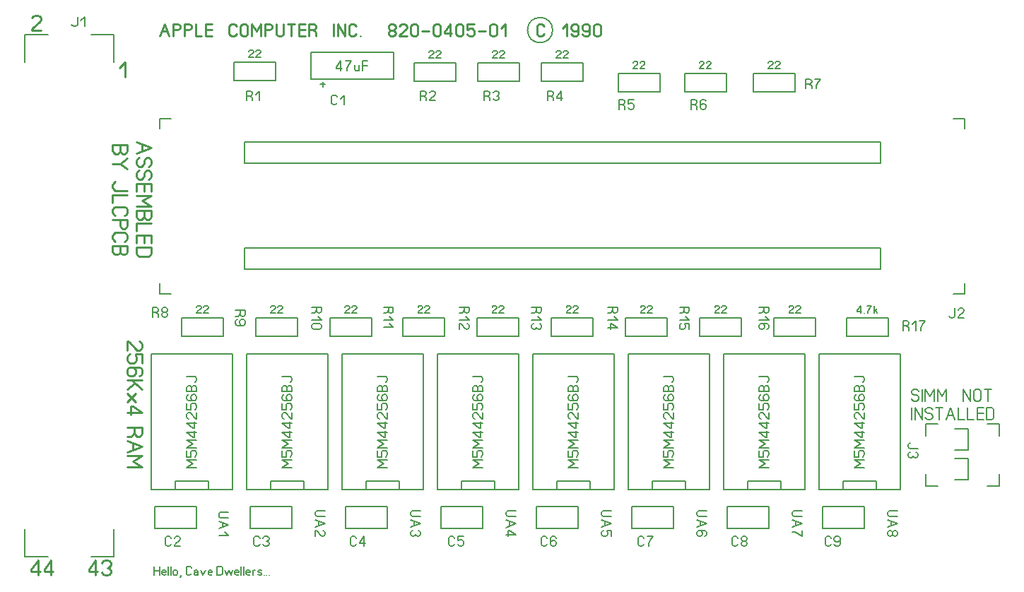
<source format=gbr>
%FSLAX34Y34*%
%MOMM*%
%LNSILK_TOP*%
G71*
G01*
%ADD10C,0.150*%
%ADD11C,0.206*%
%ADD12C,0.159*%
%ADD13C,0.200*%
%ADD14C,0.178*%
%ADD15C,0.222*%
%ADD16C,0.254*%
%ADD17C,0.133*%
%LPD*%
G54D10*
X165594Y216456D02*
X263594Y216456D01*
X263594Y378856D01*
X165594Y378856D01*
X165594Y216456D01*
G54D10*
X194594Y216456D02*
X234594Y216456D01*
X234594Y226456D01*
X194594Y226456D01*
X194594Y216456D01*
G54D11*
X258509Y189153D02*
X249120Y189153D01*
X247676Y188287D01*
X246953Y186553D01*
X246953Y184820D01*
X247676Y183087D01*
X249120Y182220D01*
X258509Y182220D01*
G54D11*
X246953Y178176D02*
X258509Y173843D01*
X246953Y169510D01*
G54D11*
X251287Y176443D02*
X251287Y171243D01*
G54D11*
X254176Y165465D02*
X258509Y161132D01*
X246953Y161132D01*
G54D11*
X220256Y242694D02*
X208700Y242694D01*
X215923Y247028D01*
X208700Y251361D01*
X220256Y251361D01*
G54D11*
X208700Y262339D02*
X208700Y255405D01*
X213756Y255405D01*
X213756Y256272D01*
X213034Y258005D01*
X213034Y259739D01*
X213756Y261472D01*
X215200Y262339D01*
X218089Y262339D01*
X219534Y261472D01*
X220256Y259739D01*
X220256Y258005D01*
X219534Y256272D01*
X218089Y255405D01*
G54D11*
X220256Y266382D02*
X208700Y266382D01*
X215923Y270716D01*
X208700Y275049D01*
X220256Y275049D01*
G54D11*
X220256Y284293D02*
X208700Y284293D01*
X215923Y279093D01*
X217367Y279093D01*
X217367Y286027D01*
G54D11*
X220256Y295270D02*
X208700Y295270D01*
X215923Y290070D01*
X217367Y290070D01*
X217367Y297004D01*
G54D11*
X220256Y307981D02*
X220256Y301047D01*
X219534Y301047D01*
X218089Y301914D01*
X213756Y307114D01*
X212312Y307981D01*
X210867Y307981D01*
X209423Y307114D01*
X208700Y305381D01*
X208700Y303647D01*
X209423Y301914D01*
X210867Y301047D01*
G54D11*
X208700Y318958D02*
X208700Y312024D01*
X213756Y312024D01*
X213756Y312891D01*
X213034Y314624D01*
X213034Y316358D01*
X213756Y318091D01*
X215200Y318958D01*
X218089Y318958D01*
X219534Y318091D01*
X220256Y316358D01*
X220256Y314624D01*
X219534Y312891D01*
X218089Y312024D01*
G54D11*
X210867Y329935D02*
X209423Y329068D01*
X208700Y327335D01*
X208700Y325601D01*
X209423Y323868D01*
X210867Y323001D01*
X214478Y323001D01*
X215200Y323001D01*
X213756Y325601D01*
X213756Y327335D01*
X214478Y329068D01*
X215923Y329935D01*
X218089Y329935D01*
X219534Y329068D01*
X220256Y327335D01*
X220256Y325601D01*
X219534Y323868D01*
X218089Y323001D01*
X214478Y323001D01*
G54D11*
X220256Y333978D02*
X208700Y333978D01*
X208700Y338312D01*
X209423Y340045D01*
X210867Y340912D01*
X212312Y340912D01*
X213756Y340045D01*
X214478Y338312D01*
X215200Y340045D01*
X216645Y340912D01*
X218089Y340912D01*
X219534Y340045D01*
X220256Y338312D01*
X220256Y333978D01*
G54D11*
X214478Y333978D02*
X214478Y338312D01*
G54D11*
X208700Y351889D02*
X218089Y351889D01*
X219534Y351022D01*
X220256Y349289D01*
X220256Y347555D01*
X219534Y345822D01*
X218089Y344955D01*
G54D10*
X279894Y216456D02*
X377894Y216456D01*
X377894Y378856D01*
X279894Y378856D01*
X279894Y216456D01*
G54D10*
X308894Y216456D02*
X348894Y216456D01*
X348894Y226456D01*
X308894Y226456D01*
X308894Y216456D01*
G54D11*
X374101Y190461D02*
X364713Y190461D01*
X363268Y189594D01*
X362546Y187861D01*
X362546Y186127D01*
X363268Y184394D01*
X364713Y183527D01*
X374101Y183527D01*
G54D11*
X362546Y179484D02*
X374101Y175150D01*
X362546Y170817D01*
G54D11*
X366879Y177750D02*
X366879Y172550D01*
G54D11*
X362546Y159839D02*
X362546Y166773D01*
X363268Y166773D01*
X364713Y165906D01*
X369046Y160706D01*
X370490Y159839D01*
X371935Y159839D01*
X373379Y160706D01*
X374101Y162439D01*
X374101Y164173D01*
X373379Y165906D01*
X371935Y166773D01*
G54D11*
X334556Y242694D02*
X323000Y242694D01*
X330223Y247028D01*
X323000Y251361D01*
X334556Y251361D01*
G54D11*
X323000Y262339D02*
X323000Y255405D01*
X328056Y255405D01*
X328056Y256272D01*
X327334Y258005D01*
X327334Y259739D01*
X328056Y261472D01*
X329500Y262339D01*
X332389Y262339D01*
X333834Y261472D01*
X334556Y259739D01*
X334556Y258005D01*
X333834Y256272D01*
X332389Y255405D01*
G54D11*
X334556Y266382D02*
X323000Y266382D01*
X330223Y270716D01*
X323000Y275049D01*
X334556Y275049D01*
G54D11*
X334556Y284293D02*
X323000Y284293D01*
X330223Y279093D01*
X331667Y279093D01*
X331667Y286027D01*
G54D11*
X334556Y295270D02*
X323000Y295270D01*
X330223Y290070D01*
X331667Y290070D01*
X331667Y297004D01*
G54D11*
X334556Y307981D02*
X334556Y301047D01*
X333834Y301047D01*
X332389Y301914D01*
X328056Y307114D01*
X326612Y307981D01*
X325167Y307981D01*
X323723Y307114D01*
X323000Y305381D01*
X323000Y303647D01*
X323723Y301914D01*
X325167Y301047D01*
G54D11*
X323000Y318958D02*
X323000Y312024D01*
X328056Y312024D01*
X328056Y312891D01*
X327334Y314624D01*
X327334Y316358D01*
X328056Y318091D01*
X329500Y318958D01*
X332389Y318958D01*
X333834Y318091D01*
X334556Y316358D01*
X334556Y314624D01*
X333834Y312891D01*
X332389Y312024D01*
G54D11*
X325167Y329935D02*
X323723Y329068D01*
X323000Y327335D01*
X323000Y325601D01*
X323723Y323868D01*
X325167Y323001D01*
X328778Y323001D01*
X329500Y323001D01*
X328056Y325601D01*
X328056Y327335D01*
X328778Y329068D01*
X330223Y329935D01*
X332389Y329935D01*
X333834Y329068D01*
X334556Y327335D01*
X334556Y325601D01*
X333834Y323868D01*
X332389Y323001D01*
X328778Y323001D01*
G54D11*
X334556Y333978D02*
X323000Y333978D01*
X323000Y338312D01*
X323723Y340045D01*
X325167Y340912D01*
X326612Y340912D01*
X328056Y340045D01*
X328778Y338312D01*
X329500Y340045D01*
X330945Y340912D01*
X332389Y340912D01*
X333834Y340045D01*
X334556Y338312D01*
X334556Y333978D01*
G54D11*
X328778Y333978D02*
X328778Y338312D01*
G54D11*
X323000Y351889D02*
X332389Y351889D01*
X333834Y351022D01*
X334556Y349289D01*
X334556Y347555D01*
X333834Y345822D01*
X332389Y344955D01*
G54D10*
X394194Y216456D02*
X492194Y216456D01*
X492194Y378856D01*
X394194Y378856D01*
X394194Y216456D01*
G54D10*
X423194Y216456D02*
X463194Y216456D01*
X463194Y226456D01*
X423194Y226456D01*
X423194Y216456D01*
G54D11*
X488401Y190461D02*
X479013Y190461D01*
X477568Y189594D01*
X476846Y187861D01*
X476846Y186127D01*
X477568Y184394D01*
X479013Y183527D01*
X488401Y183527D01*
G54D11*
X476846Y179484D02*
X488401Y175150D01*
X476846Y170817D01*
G54D11*
X481179Y177750D02*
X481179Y172550D01*
G54D11*
X486235Y166773D02*
X487679Y165906D01*
X488401Y164173D01*
X488401Y162439D01*
X487679Y160706D01*
X486235Y159839D01*
X484790Y159839D01*
X483346Y160706D01*
X482624Y162439D01*
X481901Y160706D01*
X480457Y159839D01*
X479013Y159839D01*
X477568Y160706D01*
X476846Y162439D01*
X476846Y164173D01*
X477568Y165906D01*
X479013Y166773D01*
G54D11*
X448856Y242694D02*
X437300Y242694D01*
X444523Y247028D01*
X437300Y251361D01*
X448856Y251361D01*
G54D11*
X437300Y262339D02*
X437300Y255405D01*
X442356Y255405D01*
X442356Y256272D01*
X441634Y258005D01*
X441634Y259739D01*
X442356Y261472D01*
X443800Y262339D01*
X446689Y262339D01*
X448134Y261472D01*
X448856Y259739D01*
X448856Y258005D01*
X448134Y256272D01*
X446689Y255405D01*
G54D11*
X448856Y266382D02*
X437300Y266382D01*
X444523Y270716D01*
X437300Y275049D01*
X448856Y275049D01*
G54D11*
X448856Y284293D02*
X437300Y284293D01*
X444523Y279093D01*
X445967Y279093D01*
X445967Y286027D01*
G54D11*
X448856Y295270D02*
X437300Y295270D01*
X444523Y290070D01*
X445967Y290070D01*
X445967Y297004D01*
G54D11*
X448856Y307981D02*
X448856Y301047D01*
X448134Y301047D01*
X446689Y301914D01*
X442356Y307114D01*
X440912Y307981D01*
X439467Y307981D01*
X438023Y307114D01*
X437300Y305381D01*
X437300Y303647D01*
X438023Y301914D01*
X439467Y301047D01*
G54D11*
X437300Y318958D02*
X437300Y312024D01*
X442356Y312024D01*
X442356Y312891D01*
X441634Y314624D01*
X441634Y316358D01*
X442356Y318091D01*
X443800Y318958D01*
X446689Y318958D01*
X448134Y318091D01*
X448856Y316358D01*
X448856Y314624D01*
X448134Y312891D01*
X446689Y312024D01*
G54D11*
X439467Y329935D02*
X438023Y329068D01*
X437300Y327335D01*
X437300Y325601D01*
X438023Y323868D01*
X439467Y323001D01*
X443078Y323001D01*
X443800Y323001D01*
X442356Y325601D01*
X442356Y327335D01*
X443078Y329068D01*
X444523Y329935D01*
X446689Y329935D01*
X448134Y329068D01*
X448856Y327335D01*
X448856Y325601D01*
X448134Y323868D01*
X446689Y323001D01*
X443078Y323001D01*
G54D11*
X448856Y333978D02*
X437300Y333978D01*
X437300Y338312D01*
X438023Y340045D01*
X439467Y340912D01*
X440912Y340912D01*
X442356Y340045D01*
X443078Y338312D01*
X443800Y340045D01*
X445245Y340912D01*
X446689Y340912D01*
X448134Y340045D01*
X448856Y338312D01*
X448856Y333978D01*
G54D11*
X443078Y333978D02*
X443078Y338312D01*
G54D11*
X437300Y351889D02*
X446689Y351889D01*
X448134Y351022D01*
X448856Y349289D01*
X448856Y347555D01*
X448134Y345822D01*
X446689Y344955D01*
G54D10*
X508494Y216456D02*
X606494Y216456D01*
X606494Y378856D01*
X508494Y378856D01*
X508494Y216456D01*
G54D10*
X537494Y216456D02*
X577494Y216456D01*
X577494Y226456D01*
X537494Y226456D01*
X537494Y216456D01*
G54D11*
X602635Y190388D02*
X593246Y190388D01*
X591802Y189522D01*
X591079Y187788D01*
X591079Y186055D01*
X591802Y184322D01*
X593246Y183455D01*
X602635Y183455D01*
G54D11*
X591079Y179411D02*
X602635Y175078D01*
X591079Y170745D01*
G54D11*
X595413Y177678D02*
X595413Y172478D01*
G54D11*
X591079Y161500D02*
X602635Y161500D01*
X595413Y166700D01*
X593968Y166700D01*
X593968Y159767D01*
G54D11*
X563156Y242694D02*
X551600Y242694D01*
X558823Y247028D01*
X551600Y251361D01*
X563156Y251361D01*
G54D11*
X551600Y262339D02*
X551600Y255405D01*
X556656Y255405D01*
X556656Y256272D01*
X555934Y258005D01*
X555934Y259739D01*
X556656Y261472D01*
X558100Y262339D01*
X560989Y262339D01*
X562434Y261472D01*
X563156Y259739D01*
X563156Y258005D01*
X562434Y256272D01*
X560989Y255405D01*
G54D11*
X563156Y266382D02*
X551600Y266382D01*
X558823Y270716D01*
X551600Y275049D01*
X563156Y275049D01*
G54D11*
X563156Y284293D02*
X551600Y284293D01*
X558823Y279093D01*
X560267Y279093D01*
X560267Y286027D01*
G54D11*
X563156Y295270D02*
X551600Y295270D01*
X558823Y290070D01*
X560267Y290070D01*
X560267Y297004D01*
G54D11*
X563156Y307981D02*
X563156Y301047D01*
X562434Y301047D01*
X560989Y301914D01*
X556656Y307114D01*
X555212Y307981D01*
X553767Y307981D01*
X552323Y307114D01*
X551600Y305381D01*
X551600Y303647D01*
X552323Y301914D01*
X553767Y301047D01*
G54D11*
X551600Y318958D02*
X551600Y312024D01*
X556656Y312024D01*
X556656Y312891D01*
X555934Y314624D01*
X555934Y316358D01*
X556656Y318091D01*
X558100Y318958D01*
X560989Y318958D01*
X562434Y318091D01*
X563156Y316358D01*
X563156Y314624D01*
X562434Y312891D01*
X560989Y312024D01*
G54D11*
X553767Y329935D02*
X552323Y329068D01*
X551600Y327335D01*
X551600Y325601D01*
X552323Y323868D01*
X553767Y323001D01*
X557378Y323001D01*
X558100Y323001D01*
X556656Y325601D01*
X556656Y327335D01*
X557378Y329068D01*
X558823Y329935D01*
X560989Y329935D01*
X562434Y329068D01*
X563156Y327335D01*
X563156Y325601D01*
X562434Y323868D01*
X560989Y323001D01*
X557378Y323001D01*
G54D11*
X563156Y333978D02*
X551600Y333978D01*
X551600Y338312D01*
X552323Y340045D01*
X553767Y340912D01*
X555212Y340912D01*
X556656Y340045D01*
X557378Y338312D01*
X558100Y340045D01*
X559545Y340912D01*
X560989Y340912D01*
X562434Y340045D01*
X563156Y338312D01*
X563156Y333978D01*
G54D11*
X557378Y333978D02*
X557378Y338312D01*
G54D11*
X551600Y351889D02*
X560989Y351889D01*
X562434Y351022D01*
X563156Y349289D01*
X563156Y347555D01*
X562434Y345822D01*
X560989Y344955D01*
G54D10*
X622794Y216456D02*
X720794Y216456D01*
X720794Y378856D01*
X622794Y378856D01*
X622794Y216456D01*
G54D10*
X651794Y216456D02*
X691794Y216456D01*
X691794Y226456D01*
X651794Y226456D01*
X651794Y216456D01*
G54D11*
X717001Y190461D02*
X707613Y190461D01*
X706168Y189594D01*
X705446Y187861D01*
X705446Y186127D01*
X706168Y184394D01*
X707613Y183527D01*
X717001Y183527D01*
G54D11*
X705446Y179484D02*
X717001Y175150D01*
X705446Y170817D01*
G54D11*
X709779Y177750D02*
X709779Y172550D01*
G54D11*
X717001Y159839D02*
X717001Y166773D01*
X711946Y166773D01*
X711946Y165906D01*
X712668Y164173D01*
X712668Y162439D01*
X711946Y160706D01*
X710501Y159839D01*
X707613Y159839D01*
X706168Y160706D01*
X705446Y162439D01*
X705446Y164173D01*
X706168Y165906D01*
X707613Y166773D01*
G54D11*
X677456Y242694D02*
X665900Y242694D01*
X673123Y247028D01*
X665900Y251361D01*
X677456Y251361D01*
G54D11*
X665900Y262339D02*
X665900Y255405D01*
X670956Y255405D01*
X670956Y256272D01*
X670234Y258005D01*
X670234Y259739D01*
X670956Y261472D01*
X672400Y262339D01*
X675289Y262339D01*
X676734Y261472D01*
X677456Y259739D01*
X677456Y258005D01*
X676734Y256272D01*
X675289Y255405D01*
G54D11*
X677456Y266382D02*
X665900Y266382D01*
X673123Y270716D01*
X665900Y275049D01*
X677456Y275049D01*
G54D11*
X677456Y284293D02*
X665900Y284293D01*
X673123Y279093D01*
X674567Y279093D01*
X674567Y286027D01*
G54D11*
X677456Y295270D02*
X665900Y295270D01*
X673123Y290070D01*
X674567Y290070D01*
X674567Y297004D01*
G54D11*
X677456Y307981D02*
X677456Y301047D01*
X676734Y301047D01*
X675289Y301914D01*
X670956Y307114D01*
X669512Y307981D01*
X668067Y307981D01*
X666623Y307114D01*
X665900Y305381D01*
X665900Y303647D01*
X666623Y301914D01*
X668067Y301047D01*
G54D11*
X665900Y318958D02*
X665900Y312024D01*
X670956Y312024D01*
X670956Y312891D01*
X670234Y314624D01*
X670234Y316358D01*
X670956Y318091D01*
X672400Y318958D01*
X675289Y318958D01*
X676734Y318091D01*
X677456Y316358D01*
X677456Y314624D01*
X676734Y312891D01*
X675289Y312024D01*
G54D11*
X668067Y329935D02*
X666623Y329068D01*
X665900Y327335D01*
X665900Y325601D01*
X666623Y323868D01*
X668067Y323001D01*
X671678Y323001D01*
X672400Y323001D01*
X670956Y325601D01*
X670956Y327335D01*
X671678Y329068D01*
X673123Y329935D01*
X675289Y329935D01*
X676734Y329068D01*
X677456Y327335D01*
X677456Y325601D01*
X676734Y323868D01*
X675289Y323001D01*
X671678Y323001D01*
G54D11*
X677456Y333978D02*
X665900Y333978D01*
X665900Y338312D01*
X666623Y340045D01*
X668067Y340912D01*
X669512Y340912D01*
X670956Y340045D01*
X671678Y338312D01*
X672400Y340045D01*
X673845Y340912D01*
X675289Y340912D01*
X676734Y340045D01*
X677456Y338312D01*
X677456Y333978D01*
G54D11*
X671678Y333978D02*
X671678Y338312D01*
G54D11*
X665900Y351889D02*
X675289Y351889D01*
X676734Y351022D01*
X677456Y349289D01*
X677456Y347555D01*
X676734Y345822D01*
X675289Y344955D01*
G54D10*
X737094Y216456D02*
X835094Y216456D01*
X835094Y378856D01*
X737094Y378856D01*
X737094Y216456D01*
G54D10*
X766094Y216456D02*
X806094Y216456D01*
X806094Y226456D01*
X766094Y226456D01*
X766094Y216456D01*
G54D11*
X831301Y190461D02*
X821913Y190461D01*
X820468Y189594D01*
X819746Y187861D01*
X819746Y186127D01*
X820468Y184394D01*
X821913Y183527D01*
X831301Y183527D01*
G54D11*
X819746Y179484D02*
X831301Y175150D01*
X819746Y170817D01*
G54D11*
X824079Y177750D02*
X824079Y172550D01*
G54D11*
X829135Y159839D02*
X830579Y160706D01*
X831301Y162439D01*
X831301Y164173D01*
X830579Y165906D01*
X829135Y166773D01*
X825524Y166773D01*
X824801Y166773D01*
X826246Y164173D01*
X826246Y162439D01*
X825524Y160706D01*
X824079Y159839D01*
X821913Y159839D01*
X820468Y160706D01*
X819746Y162439D01*
X819746Y164173D01*
X820468Y165906D01*
X821913Y166773D01*
X825524Y166773D01*
G54D11*
X791756Y242694D02*
X780200Y242694D01*
X787423Y247028D01*
X780200Y251361D01*
X791756Y251361D01*
G54D11*
X780200Y262339D02*
X780200Y255405D01*
X785256Y255405D01*
X785256Y256272D01*
X784534Y258005D01*
X784534Y259739D01*
X785256Y261472D01*
X786700Y262339D01*
X789589Y262339D01*
X791034Y261472D01*
X791756Y259739D01*
X791756Y258005D01*
X791034Y256272D01*
X789589Y255405D01*
G54D11*
X791756Y266382D02*
X780200Y266382D01*
X787423Y270716D01*
X780200Y275049D01*
X791756Y275049D01*
G54D11*
X791756Y284293D02*
X780200Y284293D01*
X787423Y279093D01*
X788867Y279093D01*
X788867Y286027D01*
G54D11*
X791756Y295270D02*
X780200Y295270D01*
X787423Y290070D01*
X788867Y290070D01*
X788867Y297004D01*
G54D11*
X791756Y307981D02*
X791756Y301047D01*
X791034Y301047D01*
X789589Y301914D01*
X785256Y307114D01*
X783812Y307981D01*
X782367Y307981D01*
X780923Y307114D01*
X780200Y305381D01*
X780200Y303647D01*
X780923Y301914D01*
X782367Y301047D01*
G54D11*
X780200Y318958D02*
X780200Y312024D01*
X785256Y312024D01*
X785256Y312891D01*
X784534Y314624D01*
X784534Y316358D01*
X785256Y318091D01*
X786700Y318958D01*
X789589Y318958D01*
X791034Y318091D01*
X791756Y316358D01*
X791756Y314624D01*
X791034Y312891D01*
X789589Y312024D01*
G54D11*
X782367Y329935D02*
X780923Y329068D01*
X780200Y327335D01*
X780200Y325601D01*
X780923Y323868D01*
X782367Y323001D01*
X785978Y323001D01*
X786700Y323001D01*
X785256Y325601D01*
X785256Y327335D01*
X785978Y329068D01*
X787423Y329935D01*
X789589Y329935D01*
X791034Y329068D01*
X791756Y327335D01*
X791756Y325601D01*
X791034Y323868D01*
X789589Y323001D01*
X785978Y323001D01*
G54D11*
X791756Y333978D02*
X780200Y333978D01*
X780200Y338312D01*
X780923Y340045D01*
X782367Y340912D01*
X783812Y340912D01*
X785256Y340045D01*
X785978Y338312D01*
X786700Y340045D01*
X788145Y340912D01*
X789589Y340912D01*
X791034Y340045D01*
X791756Y338312D01*
X791756Y333978D01*
G54D11*
X785978Y333978D02*
X785978Y338312D01*
G54D11*
X780200Y351889D02*
X789589Y351889D01*
X791034Y351022D01*
X791756Y349289D01*
X791756Y347555D01*
X791034Y345822D01*
X789589Y344955D01*
G54D10*
X851394Y216456D02*
X949394Y216456D01*
X949394Y378856D01*
X851394Y378856D01*
X851394Y216456D01*
G54D10*
X880394Y216456D02*
X920394Y216456D01*
X920394Y226456D01*
X880394Y226456D01*
X880394Y216456D01*
G54D11*
X945536Y190396D02*
X936148Y190396D01*
X934703Y189529D01*
X933981Y187796D01*
X933981Y186062D01*
X934703Y184329D01*
X936148Y183462D01*
X945536Y183462D01*
G54D11*
X933981Y179419D02*
X945536Y175085D01*
X933981Y170752D01*
G54D11*
X938314Y177685D02*
X938314Y172485D01*
G54D11*
X945536Y166708D02*
X945536Y159774D01*
X944092Y160641D01*
X941925Y162374D01*
X939036Y164108D01*
X936870Y164974D01*
X933981Y164974D01*
G54D11*
X906056Y242694D02*
X894500Y242694D01*
X901723Y247028D01*
X894500Y251361D01*
X906056Y251361D01*
G54D11*
X894500Y262339D02*
X894500Y255405D01*
X899556Y255405D01*
X899556Y256272D01*
X898834Y258005D01*
X898834Y259739D01*
X899556Y261472D01*
X901000Y262339D01*
X903889Y262339D01*
X905334Y261472D01*
X906056Y259739D01*
X906056Y258005D01*
X905334Y256272D01*
X903889Y255405D01*
G54D11*
X906056Y266382D02*
X894500Y266382D01*
X901723Y270716D01*
X894500Y275049D01*
X906056Y275049D01*
G54D11*
X906056Y284293D02*
X894500Y284293D01*
X901723Y279093D01*
X903167Y279093D01*
X903167Y286027D01*
G54D11*
X906056Y295270D02*
X894500Y295270D01*
X901723Y290070D01*
X903167Y290070D01*
X903167Y297004D01*
G54D11*
X906056Y307981D02*
X906056Y301047D01*
X905334Y301047D01*
X903889Y301914D01*
X899556Y307114D01*
X898112Y307981D01*
X896667Y307981D01*
X895223Y307114D01*
X894500Y305381D01*
X894500Y303647D01*
X895223Y301914D01*
X896667Y301047D01*
G54D11*
X894500Y318958D02*
X894500Y312024D01*
X899556Y312024D01*
X899556Y312891D01*
X898834Y314624D01*
X898834Y316358D01*
X899556Y318091D01*
X901000Y318958D01*
X903889Y318958D01*
X905334Y318091D01*
X906056Y316358D01*
X906056Y314624D01*
X905334Y312891D01*
X903889Y312024D01*
G54D11*
X896667Y329935D02*
X895223Y329068D01*
X894500Y327335D01*
X894500Y325601D01*
X895223Y323868D01*
X896667Y323001D01*
X900278Y323001D01*
X901000Y323001D01*
X899556Y325601D01*
X899556Y327335D01*
X900278Y329068D01*
X901723Y329935D01*
X903889Y329935D01*
X905334Y329068D01*
X906056Y327335D01*
X906056Y325601D01*
X905334Y323868D01*
X903889Y323001D01*
X900278Y323001D01*
G54D11*
X906056Y333978D02*
X894500Y333978D01*
X894500Y338312D01*
X895223Y340045D01*
X896667Y340912D01*
X898112Y340912D01*
X899556Y340045D01*
X900278Y338312D01*
X901000Y340045D01*
X902445Y340912D01*
X903889Y340912D01*
X905334Y340045D01*
X906056Y338312D01*
X906056Y333978D01*
G54D11*
X900278Y333978D02*
X900278Y338312D01*
G54D11*
X894500Y351889D02*
X903889Y351889D01*
X905334Y351022D01*
X906056Y349289D01*
X906056Y347555D01*
X905334Y345822D01*
X903889Y344955D01*
G54D10*
X965694Y216456D02*
X1063694Y216456D01*
X1063694Y378856D01*
X965694Y378856D01*
X965694Y216456D01*
G54D10*
X994694Y216456D02*
X1034694Y216456D01*
X1034694Y226456D01*
X994694Y226456D01*
X994694Y216456D01*
G54D11*
X1059902Y190461D02*
X1050512Y190461D01*
X1049068Y189594D01*
X1048346Y187861D01*
X1048346Y186127D01*
X1049068Y184394D01*
X1050512Y183527D01*
X1059902Y183527D01*
G54D11*
X1048346Y179484D02*
X1059902Y175150D01*
X1048346Y170817D01*
G54D11*
X1052679Y177750D02*
X1052679Y172550D01*
G54D11*
X1054124Y162439D02*
X1054124Y164173D01*
X1054846Y165906D01*
X1056290Y166773D01*
X1057735Y166773D01*
X1059179Y165906D01*
X1059902Y164173D01*
X1059902Y162439D01*
X1059179Y160706D01*
X1057735Y159839D01*
X1056290Y159839D01*
X1054846Y160706D01*
X1054124Y162439D01*
X1053402Y160706D01*
X1051957Y159839D01*
X1050512Y159839D01*
X1049068Y160706D01*
X1048346Y162439D01*
X1048346Y164173D01*
X1049068Y165906D01*
X1050512Y166773D01*
X1051957Y166773D01*
X1053402Y165906D01*
X1054124Y164173D01*
G54D11*
X1020356Y242694D02*
X1008800Y242694D01*
X1016023Y247028D01*
X1008800Y251361D01*
X1020356Y251361D01*
G54D11*
X1008800Y262339D02*
X1008800Y255405D01*
X1013856Y255405D01*
X1013856Y256272D01*
X1013134Y258005D01*
X1013134Y259739D01*
X1013856Y261472D01*
X1015300Y262339D01*
X1018189Y262339D01*
X1019634Y261472D01*
X1020356Y259739D01*
X1020356Y258005D01*
X1019634Y256272D01*
X1018189Y255405D01*
G54D11*
X1020356Y266382D02*
X1008800Y266382D01*
X1016023Y270716D01*
X1008800Y275049D01*
X1020356Y275049D01*
G54D11*
X1020356Y284293D02*
X1008800Y284293D01*
X1016023Y279093D01*
X1017467Y279093D01*
X1017467Y286027D01*
G54D11*
X1020356Y295270D02*
X1008800Y295270D01*
X1016023Y290070D01*
X1017467Y290070D01*
X1017467Y297004D01*
G54D11*
X1020356Y307981D02*
X1020356Y301047D01*
X1019634Y301047D01*
X1018189Y301914D01*
X1013856Y307114D01*
X1012412Y307981D01*
X1010967Y307981D01*
X1009523Y307114D01*
X1008800Y305381D01*
X1008800Y303647D01*
X1009523Y301914D01*
X1010967Y301047D01*
G54D11*
X1008800Y318958D02*
X1008800Y312024D01*
X1013856Y312024D01*
X1013856Y312891D01*
X1013134Y314624D01*
X1013134Y316358D01*
X1013856Y318091D01*
X1015300Y318958D01*
X1018189Y318958D01*
X1019634Y318091D01*
X1020356Y316358D01*
X1020356Y314624D01*
X1019634Y312891D01*
X1018189Y312024D01*
G54D11*
X1010967Y329935D02*
X1009523Y329068D01*
X1008800Y327335D01*
X1008800Y325601D01*
X1009523Y323868D01*
X1010967Y323001D01*
X1014578Y323001D01*
X1015300Y323001D01*
X1013856Y325601D01*
X1013856Y327335D01*
X1014578Y329068D01*
X1016023Y329935D01*
X1018189Y329935D01*
X1019634Y329068D01*
X1020356Y327335D01*
X1020356Y325601D01*
X1019634Y323868D01*
X1018189Y323001D01*
X1014578Y323001D01*
G54D11*
X1020356Y333978D02*
X1008800Y333978D01*
X1008800Y338312D01*
X1009523Y340045D01*
X1010967Y340912D01*
X1012412Y340912D01*
X1013856Y340045D01*
X1014578Y338312D01*
X1015300Y340045D01*
X1016745Y340912D01*
X1018189Y340912D01*
X1019634Y340045D01*
X1020356Y338312D01*
X1020356Y333978D01*
G54D11*
X1014578Y333978D02*
X1014578Y338312D01*
G54D11*
X1008800Y351889D02*
X1018189Y351889D01*
X1019634Y351022D01*
X1020356Y349289D01*
X1020356Y347555D01*
X1019634Y345822D01*
X1018189Y344955D01*
G54D10*
X265225Y706550D02*
X265225Y728550D01*
X315225Y728550D01*
X315225Y706550D01*
X265225Y706550D01*
G54D11*
X283817Y688053D02*
X286417Y686608D01*
X287283Y685164D01*
X287283Y682275D01*
G54D11*
X280350Y682275D02*
X280350Y693831D01*
X284683Y693831D01*
X286417Y693108D01*
X287283Y691664D01*
X287283Y690219D01*
X286417Y688775D01*
X284683Y688053D01*
X280350Y688053D01*
G54D11*
X291327Y689497D02*
X295660Y693831D01*
X295660Y682275D01*
G54D12*
X288544Y733958D02*
X283210Y733958D01*
X283210Y734514D01*
X283877Y735625D01*
X287877Y738958D01*
X288544Y740070D01*
X288544Y741181D01*
X287877Y742292D01*
X286544Y742847D01*
X285210Y742847D01*
X283877Y742292D01*
X283210Y741181D01*
G54D12*
X296988Y733958D02*
X291654Y733958D01*
X291654Y734514D01*
X292321Y735625D01*
X296321Y738958D01*
X296988Y740070D01*
X296988Y741181D01*
X296321Y742292D01*
X294988Y742847D01*
X293654Y742847D01*
X292321Y742292D01*
X291654Y741181D01*
G54D10*
X481125Y705756D02*
X481125Y727756D01*
X531125Y727756D01*
X531125Y705756D01*
X481125Y705756D01*
G54D11*
X491779Y688053D02*
X494379Y686608D01*
X495246Y685164D01*
X495246Y682275D01*
G54D11*
X488312Y682275D02*
X488312Y693830D01*
X492646Y693830D01*
X494379Y693108D01*
X495246Y691664D01*
X495246Y690219D01*
X494379Y688775D01*
X492646Y688053D01*
X488312Y688053D01*
G54D11*
X506223Y682275D02*
X499290Y682275D01*
X499290Y682997D01*
X500156Y684441D01*
X505356Y688775D01*
X506223Y690219D01*
X506223Y691664D01*
X505356Y693108D01*
X503623Y693830D01*
X501890Y693830D01*
X500156Y693108D01*
X499290Y691664D01*
G54D12*
X504444Y733164D02*
X499110Y733164D01*
X499110Y733720D01*
X499777Y734831D01*
X503777Y738164D01*
X504444Y739276D01*
X504444Y740387D01*
X503777Y741498D01*
X502444Y742053D01*
X501110Y742053D01*
X499777Y741498D01*
X499110Y740387D01*
G54D12*
X512888Y733164D02*
X507554Y733164D01*
X507554Y733720D01*
X508221Y734831D01*
X512221Y738164D01*
X512888Y739276D01*
X512888Y740387D01*
X512221Y741498D01*
X510888Y742053D01*
X509554Y742053D01*
X508221Y741498D01*
X507554Y740387D01*
G54D10*
X557325Y705756D02*
X557325Y727756D01*
X607325Y727756D01*
X607325Y705756D01*
X557325Y705756D01*
G54D11*
X567979Y688053D02*
X570579Y686608D01*
X571446Y685164D01*
X571446Y682275D01*
G54D11*
X564512Y682275D02*
X564512Y693830D01*
X568846Y693830D01*
X570579Y693108D01*
X571446Y691664D01*
X571446Y690219D01*
X570579Y688775D01*
X568846Y688053D01*
X564512Y688053D01*
G54D11*
X575490Y691664D02*
X576356Y693108D01*
X578090Y693830D01*
X579823Y693830D01*
X581556Y693108D01*
X582423Y691664D01*
X582423Y690219D01*
X581556Y688775D01*
X579823Y688053D01*
X581556Y687330D01*
X582423Y685886D01*
X582423Y684441D01*
X581556Y682997D01*
X579823Y682275D01*
X578090Y682275D01*
X576356Y682997D01*
X575490Y684441D01*
G54D12*
X580644Y733164D02*
X575310Y733164D01*
X575310Y733720D01*
X575977Y734831D01*
X579977Y738164D01*
X580644Y739276D01*
X580644Y740387D01*
X579977Y741498D01*
X578644Y742053D01*
X577310Y742053D01*
X575977Y741498D01*
X575310Y740387D01*
G54D12*
X589088Y733164D02*
X583754Y733164D01*
X583754Y733720D01*
X584421Y734831D01*
X588421Y738164D01*
X589088Y739276D01*
X589088Y740387D01*
X588421Y741498D01*
X587088Y742053D01*
X585754Y742053D01*
X584421Y741498D01*
X583754Y740387D01*
G54D10*
X633525Y705756D02*
X633525Y727756D01*
X683525Y727756D01*
X683525Y705756D01*
X633525Y705756D01*
G54D11*
X644179Y688053D02*
X646779Y686608D01*
X647646Y685164D01*
X647646Y682275D01*
G54D11*
X640712Y682275D02*
X640712Y693830D01*
X645046Y693830D01*
X646779Y693108D01*
X647646Y691664D01*
X647646Y690219D01*
X646779Y688775D01*
X645046Y688053D01*
X640712Y688053D01*
G54D11*
X656890Y682275D02*
X656890Y693830D01*
X651690Y686608D01*
X651690Y685164D01*
X658623Y685164D01*
G54D12*
X656844Y733164D02*
X651510Y733164D01*
X651510Y733720D01*
X652177Y734831D01*
X656177Y738164D01*
X656844Y739276D01*
X656844Y740387D01*
X656177Y741498D01*
X654844Y742053D01*
X653510Y742053D01*
X652177Y741498D01*
X651510Y740387D01*
G54D12*
X665288Y733164D02*
X659954Y733164D01*
X659954Y733720D01*
X660621Y734831D01*
X664621Y738164D01*
X665288Y739276D01*
X665288Y740387D01*
X664621Y741498D01*
X663288Y742053D01*
X661954Y742053D01*
X660621Y741498D01*
X659954Y740387D01*
G54D10*
X725600Y693056D02*
X725600Y715056D01*
X775600Y715056D01*
X775600Y693056D01*
X725600Y693056D01*
G54D11*
X729904Y677734D02*
X732504Y676289D01*
X733371Y674845D01*
X733371Y671956D01*
G54D11*
X726438Y671956D02*
X726438Y683512D01*
X730771Y683512D01*
X732504Y682789D01*
X733371Y681345D01*
X733371Y679900D01*
X732504Y678456D01*
X730771Y677734D01*
X726438Y677734D01*
G54D11*
X744348Y683512D02*
X737414Y683512D01*
X737414Y678456D01*
X738281Y678456D01*
X740014Y679178D01*
X741748Y679178D01*
X743481Y678456D01*
X744348Y677012D01*
X744348Y674123D01*
X743481Y672678D01*
X741748Y671956D01*
X740014Y671956D01*
X738281Y672678D01*
X737414Y674123D01*
G54D12*
X748919Y720464D02*
X743585Y720464D01*
X743585Y721020D01*
X744252Y722131D01*
X748252Y725464D01*
X748919Y726576D01*
X748919Y727687D01*
X748252Y728798D01*
X746919Y729353D01*
X745585Y729353D01*
X744252Y728798D01*
X743585Y727687D01*
G54D12*
X757363Y720464D02*
X752029Y720464D01*
X752029Y721020D01*
X752696Y722131D01*
X756696Y725464D01*
X757363Y726576D01*
X757363Y727687D01*
X756696Y728798D01*
X755363Y729353D01*
X754029Y729353D01*
X752696Y728798D01*
X752029Y727687D01*
G54D10*
X804975Y693056D02*
X804975Y715056D01*
X854975Y715056D01*
X854975Y693056D01*
X804975Y693056D01*
G54D11*
X816423Y677734D02*
X819023Y676289D01*
X819890Y674845D01*
X819890Y671956D01*
G54D11*
X812956Y671956D02*
X812956Y683512D01*
X817290Y683512D01*
X819023Y682789D01*
X819890Y681345D01*
X819890Y679900D01*
X819023Y678456D01*
X817290Y677734D01*
X812956Y677734D01*
G54D11*
X830867Y681345D02*
X830000Y682789D01*
X828267Y683512D01*
X826533Y683512D01*
X824800Y682789D01*
X823933Y681345D01*
X823933Y677734D01*
X823933Y677012D01*
X826533Y678456D01*
X828267Y678456D01*
X830000Y677734D01*
X830867Y676289D01*
X830867Y674123D01*
X830000Y672678D01*
X828267Y671956D01*
X826533Y671956D01*
X824800Y672678D01*
X823933Y674123D01*
X823933Y677734D01*
G54D12*
X828294Y720464D02*
X822960Y720464D01*
X822960Y721020D01*
X823627Y722131D01*
X827627Y725464D01*
X828294Y726576D01*
X828294Y727687D01*
X827627Y728798D01*
X826294Y729353D01*
X824960Y729353D01*
X823627Y728798D01*
X822960Y727687D01*
G54D12*
X836738Y720464D02*
X831404Y720464D01*
X831404Y721020D01*
X832071Y722131D01*
X836071Y725464D01*
X836738Y726576D01*
X836738Y727687D01*
X836071Y728798D01*
X834738Y729353D01*
X833404Y729353D01*
X832071Y728798D01*
X831404Y727687D01*
G54D10*
X887525Y693056D02*
X887525Y715056D01*
X937525Y715056D01*
X937525Y693056D01*
X887525Y693056D01*
G54D11*
X953742Y702340D02*
X956342Y700896D01*
X957208Y699451D01*
X957208Y696562D01*
G54D11*
X950275Y696562D02*
X950275Y708118D01*
X954608Y708118D01*
X956342Y707396D01*
X957208Y705951D01*
X957208Y704507D01*
X956342Y703062D01*
X954608Y702340D01*
X950275Y702340D01*
G54D11*
X961252Y708118D02*
X968185Y708118D01*
X967319Y706673D01*
X965585Y704507D01*
X963852Y701618D01*
X962985Y699451D01*
X962985Y696562D01*
G54D12*
X910844Y720464D02*
X905510Y720464D01*
X905510Y721020D01*
X906177Y722131D01*
X910177Y725464D01*
X910844Y726576D01*
X910844Y727687D01*
X910177Y728798D01*
X908844Y729353D01*
X907510Y729353D01*
X906177Y728798D01*
X905510Y727687D01*
G54D12*
X919288Y720464D02*
X913954Y720464D01*
X913954Y721020D01*
X914621Y722131D01*
X918621Y725464D01*
X919288Y726576D01*
X919288Y727687D01*
X918621Y728798D01*
X917288Y729353D01*
X915954Y729353D01*
X914621Y728798D01*
X913954Y727687D01*
G54D10*
X202519Y399369D02*
X202519Y421369D01*
X252519Y421369D01*
X252519Y399369D01*
X202519Y399369D01*
G54D11*
X171104Y428497D02*
X173704Y427052D01*
X174571Y425608D01*
X174571Y422719D01*
G54D11*
X167638Y422719D02*
X167638Y434275D01*
X171971Y434275D01*
X173704Y433552D01*
X174571Y432108D01*
X174571Y430663D01*
X173704Y429219D01*
X171971Y428497D01*
X167638Y428497D01*
G54D11*
X182948Y428497D02*
X181215Y428497D01*
X179481Y429219D01*
X178615Y430663D01*
X178615Y432108D01*
X179481Y433552D01*
X181215Y434275D01*
X182948Y434275D01*
X184681Y433552D01*
X185548Y432108D01*
X185548Y430663D01*
X184681Y429219D01*
X182948Y428497D01*
X184681Y427775D01*
X185548Y426330D01*
X185548Y424886D01*
X184681Y423441D01*
X182948Y422719D01*
X181215Y422719D01*
X179481Y423441D01*
X178615Y424886D01*
X178615Y426330D01*
X179481Y427775D01*
X181215Y428497D01*
G54D12*
X225838Y427571D02*
X220504Y427571D01*
X220504Y428127D01*
X221171Y429238D01*
X225171Y432571D01*
X225838Y433682D01*
X225838Y434793D01*
X225171Y435905D01*
X223838Y436460D01*
X222504Y436460D01*
X221171Y435905D01*
X220504Y434793D01*
G54D12*
X234282Y427571D02*
X228948Y427571D01*
X228948Y428127D01*
X229615Y429238D01*
X233615Y432571D01*
X234282Y433682D01*
X234282Y434793D01*
X233615Y435905D01*
X232282Y436460D01*
X230948Y436460D01*
X229615Y435905D01*
X228948Y434793D01*
G54D10*
X291419Y399369D02*
X291419Y421369D01*
X341419Y421369D01*
X341419Y399369D01*
X291419Y399369D01*
G54D11*
X272636Y427289D02*
X271192Y424689D01*
X269747Y423822D01*
X266858Y423822D01*
G54D11*
X266858Y430756D02*
X278414Y430756D01*
X278414Y426422D01*
X277692Y424689D01*
X276247Y423822D01*
X274803Y423822D01*
X273358Y424689D01*
X272636Y426422D01*
X272636Y430756D01*
G54D11*
X269025Y419779D02*
X267581Y418912D01*
X266858Y417179D01*
X266858Y415445D01*
X267581Y413712D01*
X269025Y412845D01*
X272636Y412845D01*
X273358Y412845D01*
X271914Y415445D01*
X271914Y417179D01*
X272636Y418912D01*
X274081Y419779D01*
X276247Y419779D01*
X277692Y418912D01*
X278414Y417179D01*
X278414Y415445D01*
X277692Y413712D01*
X276247Y412845D01*
X272636Y412845D01*
G54D12*
X314738Y427571D02*
X309404Y427571D01*
X309404Y428127D01*
X310071Y429238D01*
X314071Y432571D01*
X314738Y433682D01*
X314738Y434793D01*
X314071Y435905D01*
X312738Y436460D01*
X311404Y436460D01*
X310071Y435905D01*
X309404Y434793D01*
G54D12*
X323182Y427571D02*
X317848Y427571D01*
X317848Y428127D01*
X318515Y429238D01*
X322515Y432571D01*
X323182Y433682D01*
X323182Y434793D01*
X322515Y435905D01*
X321182Y436460D01*
X319848Y436460D01*
X318515Y435905D01*
X317848Y434793D01*
G54D10*
X380319Y399369D02*
X380319Y421369D01*
X430319Y421369D01*
X430319Y399369D01*
X380319Y399369D01*
G54D11*
X364137Y431084D02*
X362692Y428484D01*
X361248Y427618D01*
X358359Y427618D01*
G54D11*
X358359Y434551D02*
X369915Y434551D01*
X369915Y430218D01*
X369192Y428484D01*
X367748Y427618D01*
X366303Y427618D01*
X364859Y428484D01*
X364137Y430218D01*
X364137Y434551D01*
G54D11*
X365581Y423574D02*
X369915Y419241D01*
X358359Y419241D01*
G54D11*
X367748Y408264D02*
X360526Y408264D01*
X359081Y409130D01*
X358359Y410864D01*
X358359Y412597D01*
X359081Y414330D01*
X360526Y415197D01*
X367748Y415197D01*
X369192Y414330D01*
X369915Y412597D01*
X369915Y410864D01*
X369192Y409130D01*
X367748Y408264D01*
G54D12*
X403638Y427571D02*
X398304Y427571D01*
X398304Y428127D01*
X398971Y429238D01*
X402971Y432571D01*
X403638Y433682D01*
X403638Y434793D01*
X402971Y435905D01*
X401638Y436460D01*
X400304Y436460D01*
X398971Y435905D01*
X398304Y434793D01*
G54D12*
X412082Y427571D02*
X406748Y427571D01*
X406748Y428127D01*
X407415Y429238D01*
X411415Y432571D01*
X412082Y433682D01*
X412082Y434793D01*
X411415Y435905D01*
X410082Y436460D01*
X408748Y436460D01*
X407415Y435905D01*
X406748Y434793D01*
G54D10*
X556531Y399369D02*
X556531Y421369D01*
X606531Y421369D01*
X606531Y399369D01*
X556531Y399369D01*
G54D11*
X541142Y431123D02*
X539698Y428523D01*
X538254Y427657D01*
X535365Y427657D01*
G54D11*
X535365Y434590D02*
X546920Y434590D01*
X546920Y430257D01*
X546198Y428523D01*
X544754Y427657D01*
X543309Y427657D01*
X541865Y428523D01*
X541142Y430257D01*
X541142Y434590D01*
G54D11*
X542587Y423613D02*
X546920Y419280D01*
X535365Y419280D01*
G54D11*
X535365Y408303D02*
X535365Y415236D01*
X536087Y415236D01*
X537531Y414369D01*
X541865Y409169D01*
X543309Y408303D01*
X544754Y408303D01*
X546198Y409169D01*
X546920Y410903D01*
X546920Y412636D01*
X546198Y414369D01*
X544754Y415236D01*
G54D12*
X579850Y427571D02*
X574516Y427571D01*
X574516Y428127D01*
X575183Y429238D01*
X579183Y432571D01*
X579850Y433682D01*
X579850Y434793D01*
X579183Y435905D01*
X577850Y436460D01*
X576516Y436460D01*
X575183Y435905D01*
X574516Y434793D01*
G54D12*
X588294Y427571D02*
X582960Y427571D01*
X582960Y428127D01*
X583627Y429238D01*
X587627Y432571D01*
X588294Y433682D01*
X588294Y434793D01*
X587627Y435905D01*
X586294Y436460D01*
X584960Y436460D01*
X583627Y435905D01*
X582960Y434793D01*
G54D10*
X645431Y399369D02*
X645431Y421369D01*
X695431Y421369D01*
X695431Y399369D01*
X645431Y399369D01*
G54D11*
X627661Y431030D02*
X626217Y428430D01*
X624772Y427563D01*
X621884Y427563D01*
G54D11*
X621884Y434496D02*
X633439Y434496D01*
X633439Y430163D01*
X632717Y428430D01*
X631272Y427563D01*
X629828Y427563D01*
X628384Y428430D01*
X627661Y430163D01*
X627661Y434496D01*
G54D11*
X629106Y423519D02*
X633439Y419186D01*
X621884Y419186D01*
G54D11*
X631272Y415142D02*
X632717Y414276D01*
X633439Y412542D01*
X633439Y410809D01*
X632717Y409076D01*
X631272Y408209D01*
X629828Y408209D01*
X628384Y409076D01*
X627661Y410809D01*
X626939Y409076D01*
X625495Y408209D01*
X624050Y408209D01*
X622606Y409076D01*
X621884Y410809D01*
X621884Y412542D01*
X622606Y414276D01*
X624050Y415142D01*
G54D12*
X668750Y427571D02*
X663416Y427571D01*
X663416Y428127D01*
X664083Y429238D01*
X668083Y432571D01*
X668750Y433682D01*
X668750Y434793D01*
X668083Y435905D01*
X666750Y436460D01*
X665416Y436460D01*
X664083Y435905D01*
X663416Y434793D01*
G54D12*
X677194Y427571D02*
X671860Y427571D01*
X671860Y428127D01*
X672527Y429238D01*
X676527Y432571D01*
X677194Y433682D01*
X677194Y434793D01*
X676527Y435905D01*
X675194Y436460D01*
X673860Y436460D01*
X672527Y435905D01*
X671860Y434793D01*
G54D10*
X734331Y399369D02*
X734331Y421369D01*
X784331Y421369D01*
X784331Y399369D01*
X734331Y399369D01*
G54D11*
X718804Y431030D02*
X717359Y428430D01*
X715915Y427563D01*
X713026Y427563D01*
G54D11*
X713026Y434496D02*
X724581Y434496D01*
X724581Y430163D01*
X723859Y428430D01*
X722415Y427563D01*
X720970Y427563D01*
X719526Y428430D01*
X718804Y430163D01*
X718804Y434496D01*
G54D11*
X720248Y423519D02*
X724581Y419186D01*
X713026Y419186D01*
G54D11*
X713026Y409942D02*
X724581Y409942D01*
X717359Y415142D01*
X715915Y415142D01*
X715915Y408209D01*
G54D12*
X757650Y427571D02*
X752316Y427571D01*
X752316Y428127D01*
X752983Y429238D01*
X756983Y432571D01*
X757650Y433682D01*
X757650Y434793D01*
X756983Y435905D01*
X755650Y436460D01*
X754316Y436460D01*
X752983Y435905D01*
X752316Y434793D01*
G54D12*
X766094Y427571D02*
X760760Y427571D01*
X760760Y428127D01*
X761427Y429238D01*
X765427Y432571D01*
X766094Y433682D01*
X766094Y434793D01*
X765427Y435905D01*
X764094Y436460D01*
X762760Y436460D01*
X761427Y435905D01*
X760760Y434793D01*
G54D10*
X823231Y399369D02*
X823231Y421369D01*
X873231Y421369D01*
X873231Y399369D01*
X823231Y399369D01*
G54D11*
X804667Y431029D02*
X803222Y428429D01*
X801778Y427562D01*
X798889Y427562D01*
G54D11*
X798889Y434496D02*
X810445Y434496D01*
X810445Y430162D01*
X809722Y428429D01*
X808278Y427562D01*
X806833Y427562D01*
X805389Y428429D01*
X804667Y430162D01*
X804667Y434496D01*
G54D11*
X806111Y423518D02*
X810445Y419185D01*
X798889Y419185D01*
G54D11*
X810445Y408208D02*
X810445Y415142D01*
X805389Y415142D01*
X805389Y414275D01*
X806111Y412542D01*
X806111Y410808D01*
X805389Y409075D01*
X803945Y408208D01*
X801056Y408208D01*
X799611Y409075D01*
X798889Y410808D01*
X798889Y412542D01*
X799611Y414275D01*
X801056Y415142D01*
G54D12*
X846550Y427571D02*
X841216Y427571D01*
X841216Y428127D01*
X841883Y429238D01*
X845883Y432571D01*
X846550Y433682D01*
X846550Y434793D01*
X845883Y435905D01*
X844550Y436460D01*
X843216Y436460D01*
X841883Y435905D01*
X841216Y434793D01*
G54D12*
X854994Y427571D02*
X849660Y427571D01*
X849660Y428127D01*
X850327Y429238D01*
X854327Y432571D01*
X854994Y433682D01*
X854994Y434793D01*
X854327Y435905D01*
X852994Y436460D01*
X851660Y436460D01*
X850327Y435905D01*
X849660Y434793D01*
G54D10*
X912131Y399369D02*
X912131Y421369D01*
X962131Y421369D01*
X962131Y399369D01*
X912131Y399369D01*
G54D11*
X899919Y431030D02*
X898474Y428430D01*
X897030Y427563D01*
X894141Y427563D01*
G54D11*
X894141Y434496D02*
X905697Y434496D01*
X905697Y430163D01*
X904974Y428430D01*
X903530Y427563D01*
X902085Y427563D01*
X900641Y428430D01*
X899919Y430163D01*
X899919Y434496D01*
G54D11*
X901363Y423520D02*
X905697Y419186D01*
X894141Y419186D01*
G54D11*
X903530Y408209D02*
X904974Y409076D01*
X905697Y410809D01*
X905697Y412542D01*
X904974Y414276D01*
X903530Y415142D01*
X899919Y415142D01*
X899197Y415142D01*
X900641Y412542D01*
X900641Y410809D01*
X899919Y409076D01*
X898474Y408209D01*
X896308Y408209D01*
X894863Y409076D01*
X894141Y410809D01*
X894141Y412542D01*
X894863Y414276D01*
X896308Y415142D01*
X899919Y415142D01*
G54D12*
X935450Y427571D02*
X930116Y427571D01*
X930116Y428127D01*
X930783Y429238D01*
X934783Y432571D01*
X935450Y433682D01*
X935450Y434793D01*
X934783Y435905D01*
X933450Y436460D01*
X932116Y436460D01*
X930783Y435905D01*
X930116Y434793D01*
G54D12*
X943894Y427571D02*
X938560Y427571D01*
X938560Y428127D01*
X939227Y429238D01*
X943227Y432571D01*
X943894Y433682D01*
X943894Y434793D01*
X943227Y435905D01*
X941894Y436460D01*
X940560Y436460D01*
X939227Y435905D01*
X938560Y434793D01*
G54D10*
X999444Y399369D02*
X999444Y421369D01*
X1049444Y421369D01*
X1049444Y399369D01*
X999444Y399369D01*
G54D11*
X1070423Y412622D02*
X1073023Y411177D01*
X1073890Y409733D01*
X1073890Y406844D01*
G54D11*
X1066956Y406844D02*
X1066956Y418400D01*
X1071290Y418400D01*
X1073023Y417677D01*
X1073890Y416233D01*
X1073890Y414788D01*
X1073023Y413344D01*
X1071290Y412622D01*
X1066956Y412622D01*
G54D11*
X1077934Y414066D02*
X1082267Y418400D01*
X1082267Y406844D01*
G54D11*
X1086310Y418400D02*
X1093244Y418400D01*
X1092377Y416955D01*
X1090644Y414788D01*
X1088910Y411900D01*
X1088044Y409733D01*
X1088044Y406844D01*
G54D12*
X1015818Y427571D02*
X1015818Y436460D01*
X1011818Y430905D01*
X1011818Y429793D01*
X1017151Y429793D01*
G54D12*
X1020262Y427571D02*
X1020262Y427571D01*
G54D12*
X1023373Y436460D02*
X1028706Y436460D01*
X1028040Y435349D01*
X1026706Y433682D01*
X1025373Y431460D01*
X1024706Y429793D01*
X1024706Y427571D01*
G54D12*
X1031817Y427571D02*
X1031817Y436460D01*
G54D12*
X1033817Y430905D02*
X1035817Y427571D01*
G54D12*
X1031817Y429793D02*
X1035817Y432571D01*
G54D10*
X467631Y399369D02*
X467631Y421369D01*
X517631Y421369D01*
X517631Y399369D01*
X467631Y399369D01*
G54D11*
X450080Y431124D02*
X448635Y428524D01*
X447191Y427657D01*
X444302Y427657D01*
G54D11*
X444302Y434590D02*
X455858Y434590D01*
X455858Y430257D01*
X455135Y428524D01*
X453691Y427657D01*
X452246Y427657D01*
X450802Y428524D01*
X450080Y430257D01*
X450080Y434590D01*
G54D11*
X451524Y423613D02*
X455858Y419280D01*
X444302Y419280D01*
G54D11*
X451524Y415236D02*
X455858Y410903D01*
X444302Y410903D01*
G54D12*
X490950Y427571D02*
X485616Y427571D01*
X485616Y428127D01*
X486283Y429238D01*
X490283Y432571D01*
X490950Y433682D01*
X490950Y434793D01*
X490283Y435905D01*
X488950Y436460D01*
X487616Y436460D01*
X486283Y435905D01*
X485616Y434793D01*
G54D12*
X499394Y427571D02*
X494060Y427571D01*
X494060Y428127D01*
X494727Y429238D01*
X498727Y432571D01*
X499394Y433682D01*
X499394Y434793D01*
X498727Y435905D01*
X497394Y436460D01*
X496060Y436460D01*
X494727Y435905D01*
X494060Y434793D01*
G54D10*
X169975Y169562D02*
X169975Y195562D01*
X219975Y195562D01*
X219975Y169562D01*
X169975Y169562D01*
G54D11*
X189652Y150660D02*
X188785Y149216D01*
X187052Y148493D01*
X185319Y148493D01*
X183585Y149216D01*
X182719Y150660D01*
X182719Y157882D01*
X183585Y159327D01*
X185319Y160049D01*
X187052Y160049D01*
X188785Y159327D01*
X189652Y157882D01*
G54D11*
X200629Y148493D02*
X193696Y148493D01*
X193696Y149216D01*
X194562Y150660D01*
X199762Y154993D01*
X200629Y156438D01*
X200629Y157882D01*
X199762Y159327D01*
X198029Y160049D01*
X196296Y160049D01*
X194562Y159327D01*
X193696Y157882D01*
G54D10*
X284275Y169562D02*
X284275Y195562D01*
X334275Y195562D01*
X334275Y169562D01*
X284275Y169562D01*
G54D11*
X296015Y150660D02*
X295148Y149216D01*
X293415Y148493D01*
X291681Y148493D01*
X289948Y149216D01*
X289081Y150660D01*
X289081Y157882D01*
X289948Y159327D01*
X291681Y160049D01*
X293415Y160049D01*
X295148Y159327D01*
X296015Y157882D01*
G54D11*
X300058Y157882D02*
X300925Y159327D01*
X302658Y160049D01*
X304392Y160049D01*
X306125Y159327D01*
X306992Y157882D01*
X306992Y156438D01*
X306125Y154993D01*
X304392Y154271D01*
X306125Y153549D01*
X306992Y152104D01*
X306992Y150660D01*
X306125Y149216D01*
X304392Y148493D01*
X302658Y148493D01*
X300925Y149216D01*
X300058Y150660D01*
G54D10*
X398575Y169562D02*
X398575Y195562D01*
X448575Y195562D01*
X448575Y169562D01*
X398575Y169562D01*
G54D11*
X411902Y150660D02*
X411035Y149216D01*
X409302Y148493D01*
X407569Y148493D01*
X405835Y149216D01*
X404969Y150660D01*
X404969Y157882D01*
X405835Y159327D01*
X407569Y160049D01*
X409302Y160049D01*
X411035Y159327D01*
X411902Y157882D01*
G54D11*
X421146Y148493D02*
X421146Y160049D01*
X415946Y152827D01*
X415946Y151382D01*
X422879Y151382D01*
G54D10*
X512875Y169562D02*
X512875Y195562D01*
X562875Y195562D01*
X562875Y169562D01*
X512875Y169562D01*
G54D11*
X529377Y150660D02*
X528510Y149216D01*
X526777Y148493D01*
X525044Y148493D01*
X523310Y149216D01*
X522444Y150660D01*
X522444Y157882D01*
X523310Y159327D01*
X525044Y160049D01*
X526777Y160049D01*
X528510Y159327D01*
X529377Y157882D01*
G54D11*
X540354Y160049D02*
X533421Y160049D01*
X533421Y154993D01*
X534287Y154993D01*
X536021Y155716D01*
X537754Y155716D01*
X539487Y154993D01*
X540354Y153549D01*
X540354Y150660D01*
X539487Y149216D01*
X537754Y148493D01*
X536021Y148493D01*
X534287Y149216D01*
X533421Y150660D01*
G54D10*
X627175Y169562D02*
X627175Y195562D01*
X677175Y195562D01*
X677175Y169562D01*
X627175Y169562D01*
G54D11*
X640502Y150660D02*
X639635Y149216D01*
X637902Y148493D01*
X636169Y148493D01*
X634435Y149216D01*
X633569Y150660D01*
X633569Y157882D01*
X634435Y159327D01*
X636169Y160049D01*
X637902Y160049D01*
X639635Y159327D01*
X640502Y157882D01*
G54D11*
X651479Y157882D02*
X650612Y159327D01*
X648879Y160049D01*
X647146Y160049D01*
X645412Y159327D01*
X644546Y157882D01*
X644546Y154271D01*
X644546Y153549D01*
X647146Y154993D01*
X648879Y154993D01*
X650612Y154271D01*
X651479Y152827D01*
X651479Y150660D01*
X650612Y149216D01*
X648879Y148493D01*
X647146Y148493D01*
X645412Y149216D01*
X644546Y150660D01*
X644546Y154271D01*
G54D10*
X741475Y169562D02*
X741475Y195562D01*
X791475Y195562D01*
X791475Y169562D01*
X741475Y169562D01*
G54D11*
X756390Y150660D02*
X755523Y149216D01*
X753790Y148493D01*
X752056Y148493D01*
X750323Y149216D01*
X749456Y150660D01*
X749456Y157882D01*
X750323Y159327D01*
X752056Y160049D01*
X753790Y160049D01*
X755523Y159327D01*
X756390Y157882D01*
G54D11*
X760433Y160049D02*
X767367Y160049D01*
X766500Y158604D01*
X764767Y156438D01*
X763033Y153549D01*
X762167Y151382D01*
X762167Y148493D01*
G54D10*
X855775Y169562D02*
X855775Y195562D01*
X905775Y195562D01*
X905775Y169562D01*
X855775Y169562D01*
G54D11*
X869102Y150660D02*
X868235Y149216D01*
X866502Y148493D01*
X864769Y148493D01*
X863035Y149216D01*
X862169Y150660D01*
X862169Y157882D01*
X863035Y159327D01*
X864769Y160049D01*
X866502Y160049D01*
X868235Y159327D01*
X869102Y157882D01*
G54D11*
X877479Y154271D02*
X875746Y154271D01*
X874012Y154993D01*
X873146Y156438D01*
X873146Y157882D01*
X874012Y159327D01*
X875746Y160049D01*
X877479Y160049D01*
X879212Y159327D01*
X880079Y157882D01*
X880079Y156438D01*
X879212Y154993D01*
X877479Y154271D01*
X879212Y153549D01*
X880079Y152104D01*
X880079Y150660D01*
X879212Y149216D01*
X877479Y148493D01*
X875746Y148493D01*
X874012Y149216D01*
X873146Y150660D01*
X873146Y152104D01*
X874012Y153549D01*
X875746Y154271D01*
G54D10*
X970075Y169562D02*
X970075Y195562D01*
X1020075Y195562D01*
X1020075Y169562D01*
X970075Y169562D01*
G54D11*
X980227Y150660D02*
X979360Y149216D01*
X977627Y148493D01*
X975894Y148493D01*
X974160Y149216D01*
X973294Y150660D01*
X973294Y157882D01*
X974160Y159327D01*
X975894Y160049D01*
X977627Y160049D01*
X979360Y159327D01*
X980227Y157882D01*
G54D11*
X984271Y150660D02*
X985137Y149216D01*
X986871Y148493D01*
X988604Y148493D01*
X990337Y149216D01*
X991204Y150660D01*
X991204Y154271D01*
X991204Y154993D01*
X988604Y153549D01*
X986871Y153549D01*
X985137Y154271D01*
X984271Y155716D01*
X984271Y157882D01*
X985137Y159327D01*
X986871Y160049D01*
X988604Y160049D01*
X990337Y159327D01*
X991204Y157882D01*
X991204Y154271D01*
G54D10*
X356975Y707600D02*
X356975Y740200D01*
X456075Y740200D01*
X456075Y707600D01*
X356975Y707600D01*
G54D11*
X388558Y679423D02*
X387692Y677978D01*
X385958Y677256D01*
X384225Y677256D01*
X382492Y677978D01*
X381625Y679423D01*
X381625Y686645D01*
X382492Y688090D01*
X384225Y688812D01*
X385958Y688812D01*
X387692Y688090D01*
X388558Y686645D01*
G54D11*
X392602Y684478D02*
X396935Y688812D01*
X396935Y677256D01*
G54D11*
X393175Y718081D02*
X393175Y729637D01*
X387975Y722415D01*
X387975Y720970D01*
X394908Y720970D01*
G54D11*
X398952Y729637D02*
X405885Y729637D01*
X405019Y728192D01*
X403285Y726026D01*
X401552Y723137D01*
X400685Y720970D01*
X400685Y718081D01*
G54D11*
X415129Y724581D02*
X415129Y718081D01*
G54D11*
X415129Y719526D02*
X414262Y718370D01*
X412529Y718081D01*
X410796Y718370D01*
X409929Y719526D01*
X409929Y724581D01*
G54D11*
X419173Y718081D02*
X419173Y729637D01*
X425240Y729637D01*
G54D11*
X419173Y723859D02*
X425240Y723859D01*
G54D10*
X368300Y701675D02*
X374650Y701675D01*
G54D10*
X371475Y698500D02*
X371475Y704850D01*
G54D13*
X1108075Y294481D02*
X1093788Y294481D01*
X1093788Y280194D01*
G54D13*
X1128712Y288925D02*
X1144588Y288925D01*
X1144588Y263525D01*
X1128712Y263525D01*
G54D13*
X1108075Y220003D02*
X1093788Y220003D01*
X1093788Y234291D01*
G54D13*
X1128712Y253206D02*
X1144588Y253206D01*
X1144588Y227806D01*
X1128712Y227806D01*
G54D13*
X1167473Y294481D02*
X1181760Y294481D01*
X1181760Y280194D01*
G54D13*
X1167473Y220003D02*
X1181760Y220003D01*
X1181760Y234291D01*
G54D14*
X1077119Y324929D02*
X1078185Y323151D01*
X1080319Y322262D01*
X1082452Y322262D01*
X1084585Y323151D01*
X1085652Y324929D01*
X1085652Y326707D01*
X1084585Y328485D01*
X1082452Y329374D01*
X1080319Y329374D01*
X1078185Y330262D01*
X1077119Y332040D01*
X1077119Y333818D01*
X1078185Y335596D01*
X1080319Y336485D01*
X1082452Y336485D01*
X1084585Y335596D01*
X1085652Y333818D01*
G54D14*
X1089563Y322262D02*
X1089563Y336485D01*
G54D14*
X1093474Y322262D02*
X1093474Y336485D01*
X1098807Y327596D01*
X1104140Y336485D01*
X1104140Y322262D01*
G54D14*
X1108052Y322262D02*
X1108052Y336485D01*
X1113385Y327596D01*
X1118718Y336485D01*
X1118718Y322262D01*
G54D14*
X1139126Y322262D02*
X1139126Y336485D01*
X1147659Y322262D01*
X1147659Y336485D01*
G54D14*
X1160103Y333818D02*
X1160103Y324929D01*
X1159036Y323151D01*
X1156903Y322262D01*
X1154770Y322262D01*
X1152636Y323151D01*
X1151570Y324929D01*
X1151570Y333818D01*
X1152636Y335596D01*
X1154770Y336485D01*
X1156903Y336485D01*
X1159036Y335596D01*
X1160103Y333818D01*
G54D14*
X1168280Y322262D02*
X1168280Y336485D01*
G54D14*
X1164014Y336485D02*
X1172547Y336485D01*
G54D14*
X1077119Y300038D02*
X1077119Y314260D01*
G54D14*
X1081030Y300038D02*
X1081030Y314260D01*
X1089563Y300038D01*
X1089563Y314260D01*
G54D14*
X1093474Y302704D02*
X1094540Y300926D01*
X1096674Y300038D01*
X1098807Y300038D01*
X1100940Y300926D01*
X1102007Y302704D01*
X1102007Y304482D01*
X1100940Y306260D01*
X1098807Y307149D01*
X1096674Y307149D01*
X1094540Y308038D01*
X1093474Y309815D01*
X1093474Y311593D01*
X1094540Y313371D01*
X1096674Y314260D01*
X1098807Y314260D01*
X1100940Y313371D01*
X1102007Y311593D01*
G54D14*
X1110184Y300038D02*
X1110184Y314260D01*
G54D14*
X1105918Y314260D02*
X1114451Y314260D01*
G54D14*
X1118362Y300038D02*
X1123695Y314260D01*
X1129028Y300038D01*
G54D14*
X1120495Y305371D02*
X1126895Y305371D01*
G54D14*
X1132940Y314260D02*
X1132940Y300038D01*
X1140406Y300038D01*
G54D14*
X1144318Y314260D02*
X1144318Y300038D01*
X1151784Y300038D01*
G54D14*
X1163162Y300038D02*
X1155696Y300038D01*
X1155696Y314260D01*
X1163162Y314260D01*
G54D14*
X1155696Y307149D02*
X1163162Y307149D01*
G54D14*
X1167074Y300038D02*
X1167074Y314260D01*
X1172407Y314260D01*
X1174540Y313371D01*
X1175607Y311593D01*
X1175607Y302704D01*
X1174540Y300926D01*
X1172407Y300038D01*
X1167074Y300038D01*
G54D10*
X277468Y480303D02*
X277468Y505703D01*
X1039468Y505703D01*
X1039468Y480303D01*
X277468Y480303D01*
G54D10*
X277468Y607303D02*
X277468Y632703D01*
X1039468Y632703D01*
X1039468Y607303D01*
X277468Y607303D01*
G54D11*
X77620Y782740D02*
X77620Y773351D01*
X76754Y771906D01*
X75020Y771184D01*
X73287Y771184D01*
X71554Y771906D01*
X70687Y773351D01*
G54D11*
X81664Y778406D02*
X85998Y782740D01*
X85998Y771184D01*
G54D10*
X93662Y761603D02*
X121047Y761603D01*
X121047Y728266D01*
G54D10*
X42168Y761603D02*
X14784Y761603D01*
X14784Y728266D01*
G54D15*
X33685Y766762D02*
X23019Y766762D01*
X23019Y767874D01*
X24352Y770096D01*
X32352Y776762D01*
X33685Y778985D01*
X33685Y781207D01*
X32352Y783429D01*
X29685Y784540D01*
X27019Y784540D01*
X24352Y783429D01*
X23019Y781207D01*
G54D15*
X127794Y721517D02*
X134460Y728184D01*
X134460Y710406D01*
G54D10*
X93662Y135334D02*
X121047Y135334D01*
X121047Y168672D01*
G54D10*
X42168Y135334D02*
X14784Y135334D01*
X14784Y168672D01*
G54D15*
X30225Y113506D02*
X30225Y131284D01*
X22225Y120173D01*
X22225Y117951D01*
X32892Y117951D01*
G54D15*
X45781Y113506D02*
X45781Y131284D01*
X37781Y120173D01*
X37781Y117951D01*
X48448Y117951D01*
G54D15*
X99281Y113506D02*
X99281Y131284D01*
X91281Y120173D01*
X91281Y117951D01*
X101948Y117951D01*
G54D15*
X106837Y127951D02*
X108171Y130173D01*
X110837Y131284D01*
X113504Y131284D01*
X116171Y130173D01*
X117504Y127951D01*
X117504Y125728D01*
X116171Y123506D01*
X113504Y122395D01*
X116171Y121284D01*
X117504Y119062D01*
X117504Y116840D01*
X116171Y114617D01*
X113504Y113506D01*
X110837Y113506D01*
X108171Y114617D01*
X106837Y116840D01*
G54D15*
X137134Y383165D02*
X137134Y393832D01*
X138245Y393832D01*
X140468Y392498D01*
X147134Y384498D01*
X149356Y383165D01*
X151579Y383165D01*
X153801Y384498D01*
X154912Y387165D01*
X154912Y389832D01*
X153801Y392498D01*
X151579Y393832D01*
G54D15*
X154912Y367609D02*
X154912Y378276D01*
X147134Y378276D01*
X147134Y376942D01*
X148245Y374276D01*
X148245Y371609D01*
X147134Y368942D01*
X144912Y367609D01*
X140468Y367609D01*
X138245Y368942D01*
X137134Y371609D01*
X137134Y374276D01*
X138245Y376942D01*
X140468Y378276D01*
G54D15*
X151579Y352053D02*
X153801Y353386D01*
X154912Y356053D01*
X154912Y358720D01*
X153801Y361386D01*
X151579Y362720D01*
X146023Y362720D01*
X144912Y362720D01*
X147134Y358720D01*
X147134Y356053D01*
X146023Y353386D01*
X143801Y352053D01*
X140468Y352053D01*
X138245Y353386D01*
X137134Y356053D01*
X137134Y358720D01*
X138245Y361386D01*
X140468Y362720D01*
X146023Y362720D01*
G54D15*
X137134Y347164D02*
X154912Y347164D01*
G54D15*
X142690Y347164D02*
X154912Y336497D01*
G54D15*
X146023Y343164D02*
X137134Y336497D01*
G54D15*
X147134Y331608D02*
X137134Y320941D01*
G54D15*
X137134Y331608D02*
X147134Y320941D01*
G54D15*
X137134Y308052D02*
X154912Y308052D01*
X143801Y316052D01*
X141579Y316052D01*
X141579Y305385D01*
G54D15*
X146023Y284850D02*
X143801Y280850D01*
X141579Y279517D01*
X137134Y279517D01*
G54D15*
X137134Y290184D02*
X154912Y290184D01*
X154912Y283517D01*
X153801Y280850D01*
X151579Y279517D01*
X149356Y279517D01*
X147134Y280850D01*
X146023Y283517D01*
X146023Y290184D01*
G54D15*
X137134Y274628D02*
X154912Y267961D01*
X137134Y261294D01*
G54D15*
X143801Y271961D02*
X143801Y263961D01*
G54D15*
X137134Y256406D02*
X154912Y256406D01*
X143801Y249739D01*
X154912Y243072D01*
X137134Y243072D01*
G54D10*
X189706Y660400D02*
X176212Y660400D01*
X176212Y648494D01*
G54D10*
X189706Y450950D02*
X176212Y450950D01*
X176212Y462856D01*
G54D10*
X1127024Y660400D02*
X1140518Y660400D01*
X1140518Y648494D01*
G54D10*
X1127024Y450950D02*
X1140518Y450950D01*
X1140518Y462856D01*
G54D15*
X148272Y632224D02*
X166050Y625557D01*
X148272Y618890D01*
G54D15*
X154939Y629557D02*
X154939Y621557D01*
G54D15*
X151605Y614002D02*
X149383Y612668D01*
X148272Y610002D01*
X148272Y607335D01*
X149383Y604668D01*
X151605Y603335D01*
X153828Y603335D01*
X156050Y604668D01*
X157161Y607335D01*
X157161Y610002D01*
X158272Y612668D01*
X160494Y614002D01*
X162716Y614002D01*
X164939Y612668D01*
X166050Y610002D01*
X166050Y607335D01*
X164939Y604668D01*
X162716Y603335D01*
G54D15*
X151605Y598446D02*
X149383Y597112D01*
X148272Y594446D01*
X148272Y591779D01*
X149383Y589112D01*
X151605Y587779D01*
X153828Y587779D01*
X156050Y589112D01*
X157161Y591779D01*
X157161Y594446D01*
X158272Y597112D01*
X160494Y598446D01*
X162716Y598446D01*
X164939Y597112D01*
X166050Y594446D01*
X166050Y591779D01*
X164939Y589112D01*
X162716Y587779D01*
G54D15*
X148272Y573556D02*
X148272Y582890D01*
X166050Y582890D01*
X166050Y573556D01*
G54D15*
X157161Y582890D02*
X157161Y573556D01*
G54D15*
X148272Y568668D02*
X166050Y568668D01*
X154939Y562001D01*
X166050Y555334D01*
X148272Y555334D01*
G54D15*
X148272Y550446D02*
X166050Y550446D01*
X166050Y543779D01*
X164939Y541112D01*
X162716Y539779D01*
X160494Y539779D01*
X158272Y541112D01*
X157161Y543779D01*
X156050Y541112D01*
X153828Y539779D01*
X151605Y539779D01*
X149383Y541112D01*
X148272Y543779D01*
X148272Y550446D01*
G54D15*
X157161Y550446D02*
X157161Y543779D01*
G54D15*
X166050Y534890D02*
X148272Y534890D01*
X148272Y525556D01*
G54D15*
X148272Y511334D02*
X148272Y520668D01*
X166050Y520668D01*
X166050Y511334D01*
G54D15*
X157161Y520668D02*
X157161Y511334D01*
G54D15*
X148272Y506446D02*
X166050Y506446D01*
X166050Y499779D01*
X164939Y497112D01*
X162716Y495779D01*
X151605Y495779D01*
X149383Y497112D01*
X148272Y499779D01*
X148272Y506446D01*
G54D15*
X119697Y628921D02*
X137475Y628921D01*
X137475Y622255D01*
X136364Y619588D01*
X134142Y618255D01*
X131919Y618255D01*
X129697Y619588D01*
X128586Y622255D01*
X127475Y619588D01*
X125252Y618255D01*
X123030Y618255D01*
X120808Y619588D01*
X119697Y622255D01*
X119697Y628921D01*
G54D15*
X128586Y628921D02*
X128586Y622255D01*
G54D15*
X137475Y613365D02*
X128586Y606699D01*
X119697Y606699D01*
G54D15*
X128586Y606699D02*
X137475Y600032D01*
G54D15*
X137475Y574165D02*
X123030Y574165D01*
X120808Y575498D01*
X119697Y578165D01*
X119697Y580831D01*
X120808Y583498D01*
X123030Y584831D01*
G54D15*
X137475Y569275D02*
X119697Y569275D01*
X119697Y559942D01*
G54D15*
X123030Y544387D02*
X120808Y545720D01*
X119697Y548387D01*
X119697Y551053D01*
X120808Y553720D01*
X123030Y555053D01*
X134142Y555053D01*
X136364Y553720D01*
X137475Y551053D01*
X137475Y548387D01*
X136364Y545720D01*
X134142Y544387D01*
G54D15*
X119697Y539497D02*
X137475Y539497D01*
X137475Y532831D01*
X136364Y530164D01*
X134142Y528831D01*
X131919Y528831D01*
X129697Y530164D01*
X128586Y532831D01*
X128586Y539497D01*
G54D15*
X123030Y513275D02*
X120808Y514608D01*
X119697Y517275D01*
X119697Y519941D01*
X120808Y522608D01*
X123030Y523941D01*
X134142Y523941D01*
X136364Y522608D01*
X137475Y519941D01*
X137475Y517275D01*
X136364Y514608D01*
X134142Y513275D01*
G54D15*
X119697Y508385D02*
X137475Y508385D01*
X137475Y501719D01*
X136364Y499052D01*
X134142Y497719D01*
X131919Y497719D01*
X129697Y499052D01*
X128586Y501719D01*
X127475Y499052D01*
X125252Y497719D01*
X123030Y497719D01*
X120808Y499052D01*
X119697Y501719D01*
X119697Y508385D01*
G54D15*
X128586Y508385D02*
X128586Y501719D01*
G54D16*
X176370Y759779D02*
X181704Y774001D01*
X187037Y759779D01*
G54D16*
X178504Y765112D02*
X184904Y765112D01*
G54D16*
X192015Y759779D02*
X192015Y774001D01*
X197349Y774001D01*
X199482Y773112D01*
X200549Y771335D01*
X200549Y769557D01*
X199482Y767779D01*
X197349Y766890D01*
X192015Y766890D01*
G54D16*
X205526Y759779D02*
X205526Y774001D01*
X210860Y774001D01*
X212993Y773112D01*
X214060Y771335D01*
X214060Y769557D01*
X212993Y767779D01*
X210860Y766890D01*
X205526Y766890D01*
G54D16*
X219037Y774001D02*
X219037Y759779D01*
X226504Y759779D01*
G54D16*
X238949Y759779D02*
X231482Y759779D01*
X231482Y774001D01*
X238949Y774001D01*
G54D16*
X231482Y766890D02*
X238949Y766890D01*
G54D16*
X268034Y762446D02*
X266967Y760668D01*
X264834Y759779D01*
X262700Y759779D01*
X260567Y760668D01*
X259500Y762446D01*
X259500Y771335D01*
X260567Y773112D01*
X262700Y774001D01*
X264834Y774001D01*
X266967Y773112D01*
X268034Y771335D01*
G54D16*
X281545Y771335D02*
X281545Y762446D01*
X280478Y760668D01*
X278345Y759779D01*
X276211Y759779D01*
X274078Y760668D01*
X273011Y762446D01*
X273011Y771335D01*
X274078Y773112D01*
X276211Y774001D01*
X278345Y774001D01*
X280478Y773112D01*
X281545Y771335D01*
G54D16*
X286522Y759779D02*
X286522Y774001D01*
X291856Y765112D01*
X297189Y774001D01*
X297189Y759779D01*
G54D16*
X302167Y759779D02*
X302167Y774001D01*
X307501Y774001D01*
X309634Y773112D01*
X310701Y771335D01*
X310701Y769557D01*
X309634Y767779D01*
X307501Y766890D01*
X302167Y766890D01*
G54D16*
X315678Y774001D02*
X315678Y762446D01*
X316745Y760668D01*
X318878Y759779D01*
X321012Y759779D01*
X323145Y760668D01*
X324212Y762446D01*
X324212Y774001D01*
G54D16*
X333456Y759779D02*
X333456Y774001D01*
G54D16*
X329189Y774001D02*
X337723Y774001D01*
G54D16*
X350167Y759779D02*
X342700Y759779D01*
X342700Y774001D01*
X350167Y774001D01*
G54D16*
X342700Y766890D02*
X350167Y766890D01*
G54D16*
X359412Y766890D02*
X362612Y765112D01*
X363679Y763335D01*
X363679Y759779D01*
G54D16*
X355145Y759779D02*
X355145Y774001D01*
X360479Y774001D01*
X362612Y773112D01*
X363679Y771335D01*
X363679Y769557D01*
X362612Y767779D01*
X360479Y766890D01*
X355145Y766890D01*
G54D16*
X384229Y759779D02*
X384229Y774001D01*
G54D16*
X389207Y759779D02*
X389207Y774001D01*
X397741Y759779D01*
X397741Y774001D01*
G54D16*
X411252Y762446D02*
X410185Y760668D01*
X408052Y759779D01*
X405918Y759779D01*
X403785Y760668D01*
X402718Y762446D01*
X402718Y771335D01*
X403785Y773112D01*
X405918Y774001D01*
X408052Y774001D01*
X410185Y773112D01*
X411252Y771335D01*
G54D16*
X416229Y759779D02*
X416229Y759779D01*
G54D16*
X455390Y766730D02*
X453256Y766730D01*
X451123Y767619D01*
X450056Y769397D01*
X450056Y771174D01*
X451123Y772952D01*
X453256Y773841D01*
X455390Y773841D01*
X457523Y772952D01*
X458590Y771174D01*
X458590Y769397D01*
X457523Y767619D01*
X455390Y766730D01*
X457523Y765841D01*
X458590Y764063D01*
X458590Y762285D01*
X457523Y760508D01*
X455390Y759619D01*
X453256Y759619D01*
X451123Y760508D01*
X450056Y762285D01*
X450056Y764063D01*
X451123Y765841D01*
X453256Y766730D01*
G54D16*
X472101Y759619D02*
X463567Y759619D01*
X463567Y760508D01*
X464634Y762285D01*
X471034Y767619D01*
X472101Y769397D01*
X472101Y771174D01*
X471034Y772952D01*
X468901Y773841D01*
X466767Y773841D01*
X464634Y772952D01*
X463567Y771174D01*
G54D16*
X485612Y771174D02*
X485612Y762285D01*
X484545Y760508D01*
X482412Y759619D01*
X480278Y759619D01*
X478145Y760508D01*
X477078Y762285D01*
X477078Y771174D01*
X478145Y772952D01*
X480278Y773841D01*
X482412Y773841D01*
X484545Y772952D01*
X485612Y771174D01*
G54D16*
X490589Y765841D02*
X499123Y765841D01*
G54D16*
X512634Y771174D02*
X512634Y762285D01*
X511567Y760508D01*
X509434Y759619D01*
X507300Y759619D01*
X505167Y760508D01*
X504100Y762285D01*
X504100Y771174D01*
X505167Y772952D01*
X507300Y773841D01*
X509434Y773841D01*
X511567Y772952D01*
X512634Y771174D01*
G54D16*
X524011Y759619D02*
X524011Y773841D01*
X517611Y764952D01*
X517611Y763174D01*
X526145Y763174D01*
G54D16*
X539656Y771174D02*
X539656Y762285D01*
X538589Y760508D01*
X536456Y759619D01*
X534322Y759619D01*
X532189Y760508D01*
X531122Y762285D01*
X531122Y771174D01*
X532189Y772952D01*
X534322Y773841D01*
X536456Y773841D01*
X538589Y772952D01*
X539656Y771174D01*
G54D16*
X553167Y773841D02*
X544633Y773841D01*
X544633Y767619D01*
X545700Y767619D01*
X547833Y768508D01*
X549967Y768508D01*
X552100Y767619D01*
X553167Y765841D01*
X553167Y762285D01*
X552100Y760508D01*
X549967Y759619D01*
X547833Y759619D01*
X545700Y760508D01*
X544633Y762285D01*
G54D16*
X558144Y765841D02*
X566678Y765841D01*
G54D16*
X580189Y771174D02*
X580189Y762285D01*
X579122Y760508D01*
X576989Y759619D01*
X574855Y759619D01*
X572722Y760508D01*
X571655Y762285D01*
X571655Y771174D01*
X572722Y772952D01*
X574855Y773841D01*
X576989Y773841D01*
X579122Y772952D01*
X580189Y771174D01*
G54D16*
X585166Y768508D02*
X590500Y773841D01*
X590500Y759619D01*
G54D16*
X636390Y762285D02*
X635323Y760508D01*
X633190Y759619D01*
X631056Y759619D01*
X628923Y760508D01*
X627856Y762285D01*
X627856Y771174D01*
X628923Y772952D01*
X631056Y773841D01*
X633190Y773841D01*
X635323Y772952D01*
X636390Y771174D01*
G54D10*
G75*
G01X646906Y766762D02*
G03X646906Y766762I-15081J0D01*
G01*
G54D16*
X658812Y768508D02*
X664146Y773841D01*
X664146Y759619D01*
G54D16*
X669124Y762285D02*
X670190Y760508D01*
X672324Y759619D01*
X674457Y759619D01*
X676590Y760508D01*
X677657Y762285D01*
X677657Y766730D01*
X677657Y767619D01*
X674457Y765841D01*
X672324Y765841D01*
X670190Y766730D01*
X669124Y768508D01*
X669124Y771174D01*
X670190Y772952D01*
X672324Y773841D01*
X674457Y773841D01*
X676590Y772952D01*
X677657Y771174D01*
X677657Y766730D01*
G54D16*
X682634Y762285D02*
X683701Y760508D01*
X685834Y759619D01*
X687968Y759619D01*
X690101Y760508D01*
X691168Y762285D01*
X691168Y766730D01*
X691168Y767619D01*
X687968Y765841D01*
X685834Y765841D01*
X683701Y766730D01*
X682634Y768508D01*
X682634Y771174D01*
X683701Y772952D01*
X685834Y773841D01*
X687968Y773841D01*
X690101Y772952D01*
X691168Y771174D01*
X691168Y766730D01*
G54D16*
X704679Y771174D02*
X704679Y762285D01*
X703612Y760508D01*
X701479Y759619D01*
X699346Y759619D01*
X697212Y760508D01*
X696146Y762285D01*
X696146Y771174D01*
X697212Y772952D01*
X699346Y773841D01*
X701479Y773841D01*
X703612Y772952D01*
X704679Y771174D01*
G54D11*
X1128545Y433593D02*
X1128545Y424204D01*
X1127679Y422760D01*
X1125945Y422038D01*
X1124212Y422038D01*
X1122479Y422760D01*
X1121612Y424204D01*
G54D11*
X1139522Y422038D02*
X1132589Y422038D01*
X1132589Y422760D01*
X1133456Y424204D01*
X1138656Y428538D01*
X1139522Y429982D01*
X1139522Y431426D01*
X1138656Y432871D01*
X1136922Y433593D01*
X1135189Y433593D01*
X1133456Y432871D01*
X1132589Y431426D01*
G54D11*
X1084567Y265051D02*
X1075178Y265051D01*
X1073734Y265918D01*
X1073011Y267651D01*
X1073011Y269384D01*
X1073734Y271118D01*
X1075178Y271984D01*
G54D11*
X1082400Y261007D02*
X1083845Y260141D01*
X1084567Y258407D01*
X1084567Y256674D01*
X1083845Y254941D01*
X1082400Y254074D01*
X1080956Y254074D01*
X1079511Y254941D01*
X1078789Y256674D01*
X1078067Y254941D01*
X1076622Y254074D01*
X1075178Y254074D01*
X1073734Y254941D01*
X1073011Y256674D01*
X1073011Y258407D01*
X1073734Y260141D01*
X1075178Y261007D01*
G54D17*
X169623Y113506D02*
X169623Y124173D01*
G54D17*
X176023Y113506D02*
X176023Y124173D01*
G54D17*
X169623Y118840D02*
X176023Y118840D01*
G54D17*
X183756Y114173D02*
X182476Y113506D01*
X180876Y113506D01*
X179276Y114173D01*
X178956Y115506D01*
X178956Y117773D01*
X179756Y119106D01*
X181356Y119506D01*
X182956Y119106D01*
X183756Y118173D01*
X183756Y116840D01*
X178956Y116840D01*
G54D17*
X186689Y113506D02*
X186689Y124173D01*
G54D17*
X189622Y113506D02*
X189622Y124173D01*
G54D17*
X197355Y115106D02*
X197355Y117773D01*
X196555Y119106D01*
X194955Y119506D01*
X193355Y119106D01*
X192555Y117773D01*
X192555Y115106D01*
X193355Y113773D01*
X194955Y113506D01*
X196555Y113773D01*
X197355Y115106D01*
G54D17*
X201888Y113506D02*
X201888Y112173D01*
X201088Y110840D01*
X200288Y110840D01*
G54D17*
X214314Y115506D02*
X213514Y114173D01*
X211914Y113506D01*
X210314Y113506D01*
X208714Y114173D01*
X207914Y115506D01*
X207914Y122173D01*
X208714Y123506D01*
X210314Y124173D01*
X211914Y124173D01*
X213514Y123506D01*
X214314Y122173D01*
G54D17*
X217247Y118840D02*
X218847Y119506D01*
X220767Y119506D01*
X222047Y118173D01*
X222047Y113506D01*
G54D17*
X222047Y115506D02*
X221247Y116840D01*
X219647Y117106D01*
X218047Y116840D01*
X217247Y115506D01*
X217567Y114173D01*
X218847Y113506D01*
X219647Y113506D01*
X219967Y113506D01*
X221247Y114173D01*
X222047Y115506D01*
G54D17*
X224980Y119506D02*
X228180Y113506D01*
X231380Y119506D01*
G54D17*
X239113Y114173D02*
X237833Y113506D01*
X236233Y113506D01*
X234633Y114173D01*
X234313Y115506D01*
X234313Y117773D01*
X235113Y119106D01*
X236713Y119506D01*
X238313Y119106D01*
X239113Y118173D01*
X239113Y116840D01*
X234313Y116840D01*
G54D17*
X245139Y113506D02*
X245139Y124173D01*
X249139Y124173D01*
X250739Y123506D01*
X251539Y122173D01*
X251539Y115506D01*
X250739Y114173D01*
X249139Y113506D01*
X245139Y113506D01*
G54D17*
X254472Y119506D02*
X256872Y113506D01*
X259272Y119506D01*
X261672Y113506D01*
X263272Y119506D01*
G54D17*
X271005Y114173D02*
X269725Y113506D01*
X268125Y113506D01*
X266525Y114173D01*
X266205Y115506D01*
X266205Y117773D01*
X267005Y119106D01*
X268605Y119506D01*
X270205Y119106D01*
X271005Y118173D01*
X271005Y116840D01*
X266205Y116840D01*
G54D17*
X273938Y113506D02*
X273938Y124173D01*
G54D17*
X276871Y113506D02*
X276871Y124173D01*
G54D17*
X284604Y114173D02*
X283324Y113506D01*
X281724Y113506D01*
X280124Y114173D01*
X279804Y115506D01*
X279804Y117773D01*
X280604Y119106D01*
X282204Y119506D01*
X283804Y119106D01*
X284604Y118173D01*
X284604Y116840D01*
X279804Y116840D01*
G54D17*
X287537Y113506D02*
X287537Y119506D01*
G54D17*
X287537Y118173D02*
X289137Y119506D01*
X290737Y119506D01*
G54D17*
X293670Y114173D02*
X295270Y113506D01*
X296870Y113506D01*
X298470Y114173D01*
X298470Y115506D01*
X297670Y116173D01*
X294470Y116840D01*
X293670Y117506D01*
X293670Y118840D01*
X295270Y119506D01*
X296870Y119506D01*
X298470Y118840D01*
G54D17*
X301403Y113506D02*
X301403Y113506D01*
G54D17*
X304336Y113506D02*
X304336Y113506D01*
G54D17*
X307269Y113506D02*
X307269Y113506D01*
M02*

</source>
